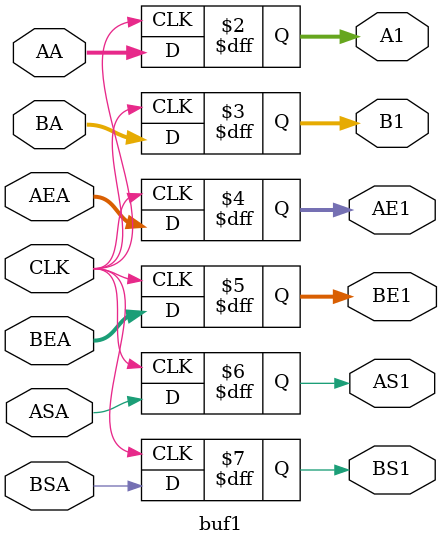
<source format=v>
`timescale 1ns / 1ps
module buf1(
    input [23:0] AA,
    input [23:0] BA,
    input [7:0] AEA,
    input [7:0] BEA,
    input ASA,
    input BSA,
	 input CLK,
    output reg [23:0] A1,
    output reg [23:0] B1,
    output reg [7:0] AE1,
    output reg [7:0] BE1,
    output reg AS1,
    output reg BS1
    );
always @(posedge CLK) begin
A1<=AA;
B1<=BA;
AE1<=AEA;
BE1<=BEA;
AS1<=ASA;
BS1<=BSA;
end
endmodule

</source>
